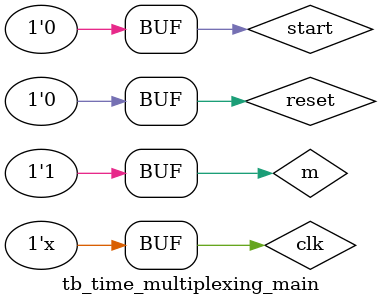
<source format=v>
`timescale 1ns / 1ps


module tb_time_multiplexing_main;

reg clk;
reg reset;
reg start;
reg m;

wire [3:0]an;
wire [6:0]sseg;
wire dp;
wire [2:0] state;

time_multiplexing_main uut(.clk(clk), .reset(reset), .start(start), .m(m), .an(an), .sseg(sseg), .dp(dp), .state(state));

initial
begin

clk = 0;
reset = 0;
start = 0;
m = 0;

#20;

start = 1;

#20;

start = 0;

#200;

start = 1;

#10;

start = 0;

#50;

start = 1;

#30;
start = 0;

#100;

reset=1;

#200; 

reset = 0;

#50;

m = 1;

#20;

start = 1;

#10;

start = 0;

end

always
#5 clk = ~clk;


endmodule

</source>
